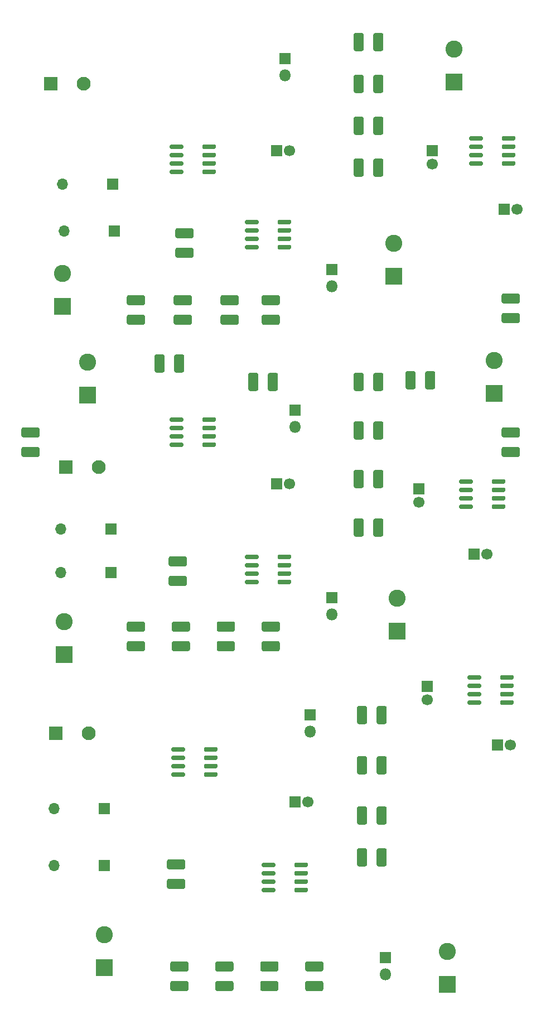
<source format=gts>
%TF.GenerationSoftware,KiCad,Pcbnew,(5.1.6)-1*%
%TF.CreationDate,2024-03-01T18:25:57-06:00*%
%TF.ProjectId,Loop PCVR,4c6f6f70-2050-4435-9652-2e6b69636164,rev?*%
%TF.SameCoordinates,Original*%
%TF.FileFunction,Soldermask,Top*%
%TF.FilePolarity,Negative*%
%FSLAX46Y46*%
G04 Gerber Fmt 4.6, Leading zero omitted, Abs format (unit mm)*
G04 Created by KiCad (PCBNEW (5.1.6)-1) date 2024-03-01 18:25:57*
%MOMM*%
%LPD*%
G01*
G04 APERTURE LIST*
%ADD10R,2.100000X2.100000*%
%ADD11C,2.100000*%
%ADD12C,2.600000*%
%ADD13R,2.600000X2.600000*%
%ADD14C,1.700000*%
%ADD15R,1.700000X1.700000*%
%ADD16O,1.800000X1.800000*%
%ADD17R,1.800000X1.800000*%
%ADD18O,1.700000X1.700000*%
G04 APERTURE END LIST*
D10*
%TO.C,C3*%
X31242000Y-121412000D03*
D11*
X36242000Y-121412000D03*
%TD*%
D12*
%TO.C,X9*%
X97790000Y-64850000D03*
D13*
X97790000Y-69850000D03*
%TD*%
%TO.C,U7*%
G36*
G01*
X98986000Y-31290000D02*
X98986000Y-30940000D01*
G75*
G02*
X99161000Y-30765000I175000J0D01*
G01*
X100861000Y-30765000D01*
G75*
G02*
X101036000Y-30940000I0J-175000D01*
G01*
X101036000Y-31290000D01*
G75*
G02*
X100861000Y-31465000I-175000J0D01*
G01*
X99161000Y-31465000D01*
G75*
G02*
X98986000Y-31290000I0J175000D01*
G01*
G37*
G36*
G01*
X98986000Y-32560000D02*
X98986000Y-32210000D01*
G75*
G02*
X99161000Y-32035000I175000J0D01*
G01*
X100861000Y-32035000D01*
G75*
G02*
X101036000Y-32210000I0J-175000D01*
G01*
X101036000Y-32560000D01*
G75*
G02*
X100861000Y-32735000I-175000J0D01*
G01*
X99161000Y-32735000D01*
G75*
G02*
X98986000Y-32560000I0J175000D01*
G01*
G37*
G36*
G01*
X98986000Y-33830000D02*
X98986000Y-33480000D01*
G75*
G02*
X99161000Y-33305000I175000J0D01*
G01*
X100861000Y-33305000D01*
G75*
G02*
X101036000Y-33480000I0J-175000D01*
G01*
X101036000Y-33830000D01*
G75*
G02*
X100861000Y-34005000I-175000J0D01*
G01*
X99161000Y-34005000D01*
G75*
G02*
X98986000Y-33830000I0J175000D01*
G01*
G37*
G36*
G01*
X98986000Y-35100000D02*
X98986000Y-34750000D01*
G75*
G02*
X99161000Y-34575000I175000J0D01*
G01*
X100861000Y-34575000D01*
G75*
G02*
X101036000Y-34750000I0J-175000D01*
G01*
X101036000Y-35100000D01*
G75*
G02*
X100861000Y-35275000I-175000J0D01*
G01*
X99161000Y-35275000D01*
G75*
G02*
X98986000Y-35100000I0J175000D01*
G01*
G37*
G36*
G01*
X94036000Y-35100000D02*
X94036000Y-34750000D01*
G75*
G02*
X94211000Y-34575000I175000J0D01*
G01*
X95911000Y-34575000D01*
G75*
G02*
X96086000Y-34750000I0J-175000D01*
G01*
X96086000Y-35100000D01*
G75*
G02*
X95911000Y-35275000I-175000J0D01*
G01*
X94211000Y-35275000D01*
G75*
G02*
X94036000Y-35100000I0J175000D01*
G01*
G37*
G36*
G01*
X94036000Y-33830000D02*
X94036000Y-33480000D01*
G75*
G02*
X94211000Y-33305000I175000J0D01*
G01*
X95911000Y-33305000D01*
G75*
G02*
X96086000Y-33480000I0J-175000D01*
G01*
X96086000Y-33830000D01*
G75*
G02*
X95911000Y-34005000I-175000J0D01*
G01*
X94211000Y-34005000D01*
G75*
G02*
X94036000Y-33830000I0J175000D01*
G01*
G37*
G36*
G01*
X94036000Y-32560000D02*
X94036000Y-32210000D01*
G75*
G02*
X94211000Y-32035000I175000J0D01*
G01*
X95911000Y-32035000D01*
G75*
G02*
X96086000Y-32210000I0J-175000D01*
G01*
X96086000Y-32560000D01*
G75*
G02*
X95911000Y-32735000I-175000J0D01*
G01*
X94211000Y-32735000D01*
G75*
G02*
X94036000Y-32560000I0J175000D01*
G01*
G37*
G36*
G01*
X94036000Y-31290000D02*
X94036000Y-30940000D01*
G75*
G02*
X94211000Y-30765000I175000J0D01*
G01*
X95911000Y-30765000D01*
G75*
G02*
X96086000Y-30940000I0J-175000D01*
G01*
X96086000Y-31290000D01*
G75*
G02*
X95911000Y-31465000I-175000J0D01*
G01*
X94211000Y-31465000D01*
G75*
G02*
X94036000Y-31290000I0J175000D01*
G01*
G37*
%TD*%
D12*
%TO.C,X8*%
X36068000Y-65104000D03*
D13*
X36068000Y-70104000D03*
%TD*%
%TO.C,U9*%
G36*
G01*
X98732000Y-113078000D02*
X98732000Y-112728000D01*
G75*
G02*
X98907000Y-112553000I175000J0D01*
G01*
X100607000Y-112553000D01*
G75*
G02*
X100782000Y-112728000I0J-175000D01*
G01*
X100782000Y-113078000D01*
G75*
G02*
X100607000Y-113253000I-175000J0D01*
G01*
X98907000Y-113253000D01*
G75*
G02*
X98732000Y-113078000I0J175000D01*
G01*
G37*
G36*
G01*
X98732000Y-114348000D02*
X98732000Y-113998000D01*
G75*
G02*
X98907000Y-113823000I175000J0D01*
G01*
X100607000Y-113823000D01*
G75*
G02*
X100782000Y-113998000I0J-175000D01*
G01*
X100782000Y-114348000D01*
G75*
G02*
X100607000Y-114523000I-175000J0D01*
G01*
X98907000Y-114523000D01*
G75*
G02*
X98732000Y-114348000I0J175000D01*
G01*
G37*
G36*
G01*
X98732000Y-115618000D02*
X98732000Y-115268000D01*
G75*
G02*
X98907000Y-115093000I175000J0D01*
G01*
X100607000Y-115093000D01*
G75*
G02*
X100782000Y-115268000I0J-175000D01*
G01*
X100782000Y-115618000D01*
G75*
G02*
X100607000Y-115793000I-175000J0D01*
G01*
X98907000Y-115793000D01*
G75*
G02*
X98732000Y-115618000I0J175000D01*
G01*
G37*
G36*
G01*
X98732000Y-116888000D02*
X98732000Y-116538000D01*
G75*
G02*
X98907000Y-116363000I175000J0D01*
G01*
X100607000Y-116363000D01*
G75*
G02*
X100782000Y-116538000I0J-175000D01*
G01*
X100782000Y-116888000D01*
G75*
G02*
X100607000Y-117063000I-175000J0D01*
G01*
X98907000Y-117063000D01*
G75*
G02*
X98732000Y-116888000I0J175000D01*
G01*
G37*
G36*
G01*
X93782000Y-116888000D02*
X93782000Y-116538000D01*
G75*
G02*
X93957000Y-116363000I175000J0D01*
G01*
X95657000Y-116363000D01*
G75*
G02*
X95832000Y-116538000I0J-175000D01*
G01*
X95832000Y-116888000D01*
G75*
G02*
X95657000Y-117063000I-175000J0D01*
G01*
X93957000Y-117063000D01*
G75*
G02*
X93782000Y-116888000I0J175000D01*
G01*
G37*
G36*
G01*
X93782000Y-115618000D02*
X93782000Y-115268000D01*
G75*
G02*
X93957000Y-115093000I175000J0D01*
G01*
X95657000Y-115093000D01*
G75*
G02*
X95832000Y-115268000I0J-175000D01*
G01*
X95832000Y-115618000D01*
G75*
G02*
X95657000Y-115793000I-175000J0D01*
G01*
X93957000Y-115793000D01*
G75*
G02*
X93782000Y-115618000I0J175000D01*
G01*
G37*
G36*
G01*
X93782000Y-114348000D02*
X93782000Y-113998000D01*
G75*
G02*
X93957000Y-113823000I175000J0D01*
G01*
X95657000Y-113823000D01*
G75*
G02*
X95832000Y-113998000I0J-175000D01*
G01*
X95832000Y-114348000D01*
G75*
G02*
X95657000Y-114523000I-175000J0D01*
G01*
X93957000Y-114523000D01*
G75*
G02*
X93782000Y-114348000I0J175000D01*
G01*
G37*
G36*
G01*
X93782000Y-113078000D02*
X93782000Y-112728000D01*
G75*
G02*
X93957000Y-112553000I175000J0D01*
G01*
X95657000Y-112553000D01*
G75*
G02*
X95832000Y-112728000I0J-175000D01*
G01*
X95832000Y-113078000D01*
G75*
G02*
X95657000Y-113253000I-175000J0D01*
G01*
X93957000Y-113253000D01*
G75*
G02*
X93782000Y-113078000I0J175000D01*
G01*
G37*
%TD*%
%TO.C,U8*%
G36*
G01*
X97462000Y-83360000D02*
X97462000Y-83010000D01*
G75*
G02*
X97637000Y-82835000I175000J0D01*
G01*
X99337000Y-82835000D01*
G75*
G02*
X99512000Y-83010000I0J-175000D01*
G01*
X99512000Y-83360000D01*
G75*
G02*
X99337000Y-83535000I-175000J0D01*
G01*
X97637000Y-83535000D01*
G75*
G02*
X97462000Y-83360000I0J175000D01*
G01*
G37*
G36*
G01*
X97462000Y-84630000D02*
X97462000Y-84280000D01*
G75*
G02*
X97637000Y-84105000I175000J0D01*
G01*
X99337000Y-84105000D01*
G75*
G02*
X99512000Y-84280000I0J-175000D01*
G01*
X99512000Y-84630000D01*
G75*
G02*
X99337000Y-84805000I-175000J0D01*
G01*
X97637000Y-84805000D01*
G75*
G02*
X97462000Y-84630000I0J175000D01*
G01*
G37*
G36*
G01*
X97462000Y-85900000D02*
X97462000Y-85550000D01*
G75*
G02*
X97637000Y-85375000I175000J0D01*
G01*
X99337000Y-85375000D01*
G75*
G02*
X99512000Y-85550000I0J-175000D01*
G01*
X99512000Y-85900000D01*
G75*
G02*
X99337000Y-86075000I-175000J0D01*
G01*
X97637000Y-86075000D01*
G75*
G02*
X97462000Y-85900000I0J175000D01*
G01*
G37*
G36*
G01*
X97462000Y-87170000D02*
X97462000Y-86820000D01*
G75*
G02*
X97637000Y-86645000I175000J0D01*
G01*
X99337000Y-86645000D01*
G75*
G02*
X99512000Y-86820000I0J-175000D01*
G01*
X99512000Y-87170000D01*
G75*
G02*
X99337000Y-87345000I-175000J0D01*
G01*
X97637000Y-87345000D01*
G75*
G02*
X97462000Y-87170000I0J175000D01*
G01*
G37*
G36*
G01*
X92512000Y-87170000D02*
X92512000Y-86820000D01*
G75*
G02*
X92687000Y-86645000I175000J0D01*
G01*
X94387000Y-86645000D01*
G75*
G02*
X94562000Y-86820000I0J-175000D01*
G01*
X94562000Y-87170000D01*
G75*
G02*
X94387000Y-87345000I-175000J0D01*
G01*
X92687000Y-87345000D01*
G75*
G02*
X92512000Y-87170000I0J175000D01*
G01*
G37*
G36*
G01*
X92512000Y-85900000D02*
X92512000Y-85550000D01*
G75*
G02*
X92687000Y-85375000I175000J0D01*
G01*
X94387000Y-85375000D01*
G75*
G02*
X94562000Y-85550000I0J-175000D01*
G01*
X94562000Y-85900000D01*
G75*
G02*
X94387000Y-86075000I-175000J0D01*
G01*
X92687000Y-86075000D01*
G75*
G02*
X92512000Y-85900000I0J175000D01*
G01*
G37*
G36*
G01*
X92512000Y-84630000D02*
X92512000Y-84280000D01*
G75*
G02*
X92687000Y-84105000I175000J0D01*
G01*
X94387000Y-84105000D01*
G75*
G02*
X94562000Y-84280000I0J-175000D01*
G01*
X94562000Y-84630000D01*
G75*
G02*
X94387000Y-84805000I-175000J0D01*
G01*
X92687000Y-84805000D01*
G75*
G02*
X92512000Y-84630000I0J175000D01*
G01*
G37*
G36*
G01*
X92512000Y-83360000D02*
X92512000Y-83010000D01*
G75*
G02*
X92687000Y-82835000I175000J0D01*
G01*
X94387000Y-82835000D01*
G75*
G02*
X94562000Y-83010000I0J-175000D01*
G01*
X94562000Y-83360000D01*
G75*
G02*
X94387000Y-83535000I-175000J0D01*
G01*
X92687000Y-83535000D01*
G75*
G02*
X92512000Y-83360000I0J175000D01*
G01*
G37*
%TD*%
%TO.C,R33*%
G36*
G01*
X99222544Y-77941000D02*
X101437456Y-77941000D01*
G75*
G02*
X101705000Y-78208544I0J-267544D01*
G01*
X101705000Y-79198456D01*
G75*
G02*
X101437456Y-79466000I-267544J0D01*
G01*
X99222544Y-79466000D01*
G75*
G02*
X98955000Y-79198456I0J267544D01*
G01*
X98955000Y-78208544D01*
G75*
G02*
X99222544Y-77941000I267544J0D01*
G01*
G37*
G36*
G01*
X99222544Y-74966000D02*
X101437456Y-74966000D01*
G75*
G02*
X101705000Y-75233544I0J-267544D01*
G01*
X101705000Y-76223456D01*
G75*
G02*
X101437456Y-76491000I-267544J0D01*
G01*
X99222544Y-76491000D01*
G75*
G02*
X98955000Y-76223456I0J267544D01*
G01*
X98955000Y-75233544D01*
G75*
G02*
X99222544Y-74966000I267544J0D01*
G01*
G37*
%TD*%
%TO.C,R32*%
G36*
G01*
X85889000Y-66710544D02*
X85889000Y-68925456D01*
G75*
G02*
X85621456Y-69193000I-267544J0D01*
G01*
X84631544Y-69193000D01*
G75*
G02*
X84364000Y-68925456I0J267544D01*
G01*
X84364000Y-66710544D01*
G75*
G02*
X84631544Y-66443000I267544J0D01*
G01*
X85621456Y-66443000D01*
G75*
G02*
X85889000Y-66710544I0J-267544D01*
G01*
G37*
G36*
G01*
X88864000Y-66710544D02*
X88864000Y-68925456D01*
G75*
G02*
X88596456Y-69193000I-267544J0D01*
G01*
X87606544Y-69193000D01*
G75*
G02*
X87339000Y-68925456I0J267544D01*
G01*
X87339000Y-66710544D01*
G75*
G02*
X87606544Y-66443000I267544J0D01*
G01*
X88596456Y-66443000D01*
G75*
G02*
X88864000Y-66710544I0J-267544D01*
G01*
G37*
%TD*%
%TO.C,R31*%
G36*
G01*
X101437456Y-56171000D02*
X99222544Y-56171000D01*
G75*
G02*
X98955000Y-55903456I0J267544D01*
G01*
X98955000Y-54913544D01*
G75*
G02*
X99222544Y-54646000I267544J0D01*
G01*
X101437456Y-54646000D01*
G75*
G02*
X101705000Y-54913544I0J-267544D01*
G01*
X101705000Y-55903456D01*
G75*
G02*
X101437456Y-56171000I-267544J0D01*
G01*
G37*
G36*
G01*
X101437456Y-59146000D02*
X99222544Y-59146000D01*
G75*
G02*
X98955000Y-58878456I0J267544D01*
G01*
X98955000Y-57888544D01*
G75*
G02*
X99222544Y-57621000I267544J0D01*
G01*
X101437456Y-57621000D01*
G75*
G02*
X101705000Y-57888544I0J-267544D01*
G01*
X101705000Y-58878456D01*
G75*
G02*
X101437456Y-59146000I-267544J0D01*
G01*
G37*
%TD*%
D14*
%TO.C,C12*%
X100298000Y-123190000D03*
D15*
X98298000Y-123190000D03*
%TD*%
D14*
%TO.C,C11*%
X87630000Y-116300000D03*
D15*
X87630000Y-114300000D03*
%TD*%
D14*
%TO.C,C10*%
X96742000Y-94234000D03*
D15*
X94742000Y-94234000D03*
%TD*%
D14*
%TO.C,C9*%
X86360000Y-86328000D03*
D15*
X86360000Y-84328000D03*
%TD*%
D12*
%TO.C,X6*%
X90678000Y-154512000D03*
D13*
X90678000Y-159512000D03*
%TD*%
D12*
%TO.C,X5*%
X83058000Y-100918000D03*
D13*
X83058000Y-105918000D03*
%TD*%
D16*
%TO.C,J8*%
X81280000Y-157988000D03*
D17*
X81280000Y-155448000D03*
%TD*%
D16*
%TO.C,J7*%
X69850000Y-121158000D03*
D17*
X69850000Y-118618000D03*
%TD*%
D16*
%TO.C,J6*%
X73152000Y-103378000D03*
D17*
X73152000Y-100838000D03*
%TD*%
%TO.C,U6*%
G36*
G01*
X67490000Y-141526000D02*
X67490000Y-141176000D01*
G75*
G02*
X67665000Y-141001000I175000J0D01*
G01*
X69365000Y-141001000D01*
G75*
G02*
X69540000Y-141176000I0J-175000D01*
G01*
X69540000Y-141526000D01*
G75*
G02*
X69365000Y-141701000I-175000J0D01*
G01*
X67665000Y-141701000D01*
G75*
G02*
X67490000Y-141526000I0J175000D01*
G01*
G37*
G36*
G01*
X67490000Y-142796000D02*
X67490000Y-142446000D01*
G75*
G02*
X67665000Y-142271000I175000J0D01*
G01*
X69365000Y-142271000D01*
G75*
G02*
X69540000Y-142446000I0J-175000D01*
G01*
X69540000Y-142796000D01*
G75*
G02*
X69365000Y-142971000I-175000J0D01*
G01*
X67665000Y-142971000D01*
G75*
G02*
X67490000Y-142796000I0J175000D01*
G01*
G37*
G36*
G01*
X67490000Y-144066000D02*
X67490000Y-143716000D01*
G75*
G02*
X67665000Y-143541000I175000J0D01*
G01*
X69365000Y-143541000D01*
G75*
G02*
X69540000Y-143716000I0J-175000D01*
G01*
X69540000Y-144066000D01*
G75*
G02*
X69365000Y-144241000I-175000J0D01*
G01*
X67665000Y-144241000D01*
G75*
G02*
X67490000Y-144066000I0J175000D01*
G01*
G37*
G36*
G01*
X67490000Y-145336000D02*
X67490000Y-144986000D01*
G75*
G02*
X67665000Y-144811000I175000J0D01*
G01*
X69365000Y-144811000D01*
G75*
G02*
X69540000Y-144986000I0J-175000D01*
G01*
X69540000Y-145336000D01*
G75*
G02*
X69365000Y-145511000I-175000J0D01*
G01*
X67665000Y-145511000D01*
G75*
G02*
X67490000Y-145336000I0J175000D01*
G01*
G37*
G36*
G01*
X62540000Y-145336000D02*
X62540000Y-144986000D01*
G75*
G02*
X62715000Y-144811000I175000J0D01*
G01*
X64415000Y-144811000D01*
G75*
G02*
X64590000Y-144986000I0J-175000D01*
G01*
X64590000Y-145336000D01*
G75*
G02*
X64415000Y-145511000I-175000J0D01*
G01*
X62715000Y-145511000D01*
G75*
G02*
X62540000Y-145336000I0J175000D01*
G01*
G37*
G36*
G01*
X62540000Y-144066000D02*
X62540000Y-143716000D01*
G75*
G02*
X62715000Y-143541000I175000J0D01*
G01*
X64415000Y-143541000D01*
G75*
G02*
X64590000Y-143716000I0J-175000D01*
G01*
X64590000Y-144066000D01*
G75*
G02*
X64415000Y-144241000I-175000J0D01*
G01*
X62715000Y-144241000D01*
G75*
G02*
X62540000Y-144066000I0J175000D01*
G01*
G37*
G36*
G01*
X62540000Y-142796000D02*
X62540000Y-142446000D01*
G75*
G02*
X62715000Y-142271000I175000J0D01*
G01*
X64415000Y-142271000D01*
G75*
G02*
X64590000Y-142446000I0J-175000D01*
G01*
X64590000Y-142796000D01*
G75*
G02*
X64415000Y-142971000I-175000J0D01*
G01*
X62715000Y-142971000D01*
G75*
G02*
X62540000Y-142796000I0J175000D01*
G01*
G37*
G36*
G01*
X62540000Y-141526000D02*
X62540000Y-141176000D01*
G75*
G02*
X62715000Y-141001000I175000J0D01*
G01*
X64415000Y-141001000D01*
G75*
G02*
X64590000Y-141176000I0J-175000D01*
G01*
X64590000Y-141526000D01*
G75*
G02*
X64415000Y-141701000I-175000J0D01*
G01*
X62715000Y-141701000D01*
G75*
G02*
X62540000Y-141526000I0J175000D01*
G01*
G37*
%TD*%
%TO.C,U5*%
G36*
G01*
X64950000Y-94790000D02*
X64950000Y-94440000D01*
G75*
G02*
X65125000Y-94265000I175000J0D01*
G01*
X66825000Y-94265000D01*
G75*
G02*
X67000000Y-94440000I0J-175000D01*
G01*
X67000000Y-94790000D01*
G75*
G02*
X66825000Y-94965000I-175000J0D01*
G01*
X65125000Y-94965000D01*
G75*
G02*
X64950000Y-94790000I0J175000D01*
G01*
G37*
G36*
G01*
X64950000Y-96060000D02*
X64950000Y-95710000D01*
G75*
G02*
X65125000Y-95535000I175000J0D01*
G01*
X66825000Y-95535000D01*
G75*
G02*
X67000000Y-95710000I0J-175000D01*
G01*
X67000000Y-96060000D01*
G75*
G02*
X66825000Y-96235000I-175000J0D01*
G01*
X65125000Y-96235000D01*
G75*
G02*
X64950000Y-96060000I0J175000D01*
G01*
G37*
G36*
G01*
X64950000Y-97330000D02*
X64950000Y-96980000D01*
G75*
G02*
X65125000Y-96805000I175000J0D01*
G01*
X66825000Y-96805000D01*
G75*
G02*
X67000000Y-96980000I0J-175000D01*
G01*
X67000000Y-97330000D01*
G75*
G02*
X66825000Y-97505000I-175000J0D01*
G01*
X65125000Y-97505000D01*
G75*
G02*
X64950000Y-97330000I0J175000D01*
G01*
G37*
G36*
G01*
X64950000Y-98600000D02*
X64950000Y-98250000D01*
G75*
G02*
X65125000Y-98075000I175000J0D01*
G01*
X66825000Y-98075000D01*
G75*
G02*
X67000000Y-98250000I0J-175000D01*
G01*
X67000000Y-98600000D01*
G75*
G02*
X66825000Y-98775000I-175000J0D01*
G01*
X65125000Y-98775000D01*
G75*
G02*
X64950000Y-98600000I0J175000D01*
G01*
G37*
G36*
G01*
X60000000Y-98600000D02*
X60000000Y-98250000D01*
G75*
G02*
X60175000Y-98075000I175000J0D01*
G01*
X61875000Y-98075000D01*
G75*
G02*
X62050000Y-98250000I0J-175000D01*
G01*
X62050000Y-98600000D01*
G75*
G02*
X61875000Y-98775000I-175000J0D01*
G01*
X60175000Y-98775000D01*
G75*
G02*
X60000000Y-98600000I0J175000D01*
G01*
G37*
G36*
G01*
X60000000Y-97330000D02*
X60000000Y-96980000D01*
G75*
G02*
X60175000Y-96805000I175000J0D01*
G01*
X61875000Y-96805000D01*
G75*
G02*
X62050000Y-96980000I0J-175000D01*
G01*
X62050000Y-97330000D01*
G75*
G02*
X61875000Y-97505000I-175000J0D01*
G01*
X60175000Y-97505000D01*
G75*
G02*
X60000000Y-97330000I0J175000D01*
G01*
G37*
G36*
G01*
X60000000Y-96060000D02*
X60000000Y-95710000D01*
G75*
G02*
X60175000Y-95535000I175000J0D01*
G01*
X61875000Y-95535000D01*
G75*
G02*
X62050000Y-95710000I0J-175000D01*
G01*
X62050000Y-96060000D01*
G75*
G02*
X61875000Y-96235000I-175000J0D01*
G01*
X60175000Y-96235000D01*
G75*
G02*
X60000000Y-96060000I0J175000D01*
G01*
G37*
G36*
G01*
X60000000Y-94790000D02*
X60000000Y-94440000D01*
G75*
G02*
X60175000Y-94265000I175000J0D01*
G01*
X61875000Y-94265000D01*
G75*
G02*
X62050000Y-94440000I0J-175000D01*
G01*
X62050000Y-94790000D01*
G75*
G02*
X61875000Y-94965000I-175000J0D01*
G01*
X60175000Y-94965000D01*
G75*
G02*
X60000000Y-94790000I0J175000D01*
G01*
G37*
%TD*%
%TO.C,U4*%
G36*
G01*
X64950000Y-43990000D02*
X64950000Y-43640000D01*
G75*
G02*
X65125000Y-43465000I175000J0D01*
G01*
X66825000Y-43465000D01*
G75*
G02*
X67000000Y-43640000I0J-175000D01*
G01*
X67000000Y-43990000D01*
G75*
G02*
X66825000Y-44165000I-175000J0D01*
G01*
X65125000Y-44165000D01*
G75*
G02*
X64950000Y-43990000I0J175000D01*
G01*
G37*
G36*
G01*
X64950000Y-45260000D02*
X64950000Y-44910000D01*
G75*
G02*
X65125000Y-44735000I175000J0D01*
G01*
X66825000Y-44735000D01*
G75*
G02*
X67000000Y-44910000I0J-175000D01*
G01*
X67000000Y-45260000D01*
G75*
G02*
X66825000Y-45435000I-175000J0D01*
G01*
X65125000Y-45435000D01*
G75*
G02*
X64950000Y-45260000I0J175000D01*
G01*
G37*
G36*
G01*
X64950000Y-46530000D02*
X64950000Y-46180000D01*
G75*
G02*
X65125000Y-46005000I175000J0D01*
G01*
X66825000Y-46005000D01*
G75*
G02*
X67000000Y-46180000I0J-175000D01*
G01*
X67000000Y-46530000D01*
G75*
G02*
X66825000Y-46705000I-175000J0D01*
G01*
X65125000Y-46705000D01*
G75*
G02*
X64950000Y-46530000I0J175000D01*
G01*
G37*
G36*
G01*
X64950000Y-47800000D02*
X64950000Y-47450000D01*
G75*
G02*
X65125000Y-47275000I175000J0D01*
G01*
X66825000Y-47275000D01*
G75*
G02*
X67000000Y-47450000I0J-175000D01*
G01*
X67000000Y-47800000D01*
G75*
G02*
X66825000Y-47975000I-175000J0D01*
G01*
X65125000Y-47975000D01*
G75*
G02*
X64950000Y-47800000I0J175000D01*
G01*
G37*
G36*
G01*
X60000000Y-47800000D02*
X60000000Y-47450000D01*
G75*
G02*
X60175000Y-47275000I175000J0D01*
G01*
X61875000Y-47275000D01*
G75*
G02*
X62050000Y-47450000I0J-175000D01*
G01*
X62050000Y-47800000D01*
G75*
G02*
X61875000Y-47975000I-175000J0D01*
G01*
X60175000Y-47975000D01*
G75*
G02*
X60000000Y-47800000I0J175000D01*
G01*
G37*
G36*
G01*
X60000000Y-46530000D02*
X60000000Y-46180000D01*
G75*
G02*
X60175000Y-46005000I175000J0D01*
G01*
X61875000Y-46005000D01*
G75*
G02*
X62050000Y-46180000I0J-175000D01*
G01*
X62050000Y-46530000D01*
G75*
G02*
X61875000Y-46705000I-175000J0D01*
G01*
X60175000Y-46705000D01*
G75*
G02*
X60000000Y-46530000I0J175000D01*
G01*
G37*
G36*
G01*
X60000000Y-45260000D02*
X60000000Y-44910000D01*
G75*
G02*
X60175000Y-44735000I175000J0D01*
G01*
X61875000Y-44735000D01*
G75*
G02*
X62050000Y-44910000I0J-175000D01*
G01*
X62050000Y-45260000D01*
G75*
G02*
X61875000Y-45435000I-175000J0D01*
G01*
X60175000Y-45435000D01*
G75*
G02*
X60000000Y-45260000I0J175000D01*
G01*
G37*
G36*
G01*
X60000000Y-43990000D02*
X60000000Y-43640000D01*
G75*
G02*
X60175000Y-43465000I175000J0D01*
G01*
X61875000Y-43465000D01*
G75*
G02*
X62050000Y-43640000I0J-175000D01*
G01*
X62050000Y-43990000D01*
G75*
G02*
X61875000Y-44165000I-175000J0D01*
G01*
X60175000Y-44165000D01*
G75*
G02*
X60000000Y-43990000I0J175000D01*
G01*
G37*
%TD*%
%TO.C,U3*%
G36*
G01*
X53774000Y-124000000D02*
X53774000Y-123650000D01*
G75*
G02*
X53949000Y-123475000I175000J0D01*
G01*
X55649000Y-123475000D01*
G75*
G02*
X55824000Y-123650000I0J-175000D01*
G01*
X55824000Y-124000000D01*
G75*
G02*
X55649000Y-124175000I-175000J0D01*
G01*
X53949000Y-124175000D01*
G75*
G02*
X53774000Y-124000000I0J175000D01*
G01*
G37*
G36*
G01*
X53774000Y-125270000D02*
X53774000Y-124920000D01*
G75*
G02*
X53949000Y-124745000I175000J0D01*
G01*
X55649000Y-124745000D01*
G75*
G02*
X55824000Y-124920000I0J-175000D01*
G01*
X55824000Y-125270000D01*
G75*
G02*
X55649000Y-125445000I-175000J0D01*
G01*
X53949000Y-125445000D01*
G75*
G02*
X53774000Y-125270000I0J175000D01*
G01*
G37*
G36*
G01*
X53774000Y-126540000D02*
X53774000Y-126190000D01*
G75*
G02*
X53949000Y-126015000I175000J0D01*
G01*
X55649000Y-126015000D01*
G75*
G02*
X55824000Y-126190000I0J-175000D01*
G01*
X55824000Y-126540000D01*
G75*
G02*
X55649000Y-126715000I-175000J0D01*
G01*
X53949000Y-126715000D01*
G75*
G02*
X53774000Y-126540000I0J175000D01*
G01*
G37*
G36*
G01*
X53774000Y-127810000D02*
X53774000Y-127460000D01*
G75*
G02*
X53949000Y-127285000I175000J0D01*
G01*
X55649000Y-127285000D01*
G75*
G02*
X55824000Y-127460000I0J-175000D01*
G01*
X55824000Y-127810000D01*
G75*
G02*
X55649000Y-127985000I-175000J0D01*
G01*
X53949000Y-127985000D01*
G75*
G02*
X53774000Y-127810000I0J175000D01*
G01*
G37*
G36*
G01*
X48824000Y-127810000D02*
X48824000Y-127460000D01*
G75*
G02*
X48999000Y-127285000I175000J0D01*
G01*
X50699000Y-127285000D01*
G75*
G02*
X50874000Y-127460000I0J-175000D01*
G01*
X50874000Y-127810000D01*
G75*
G02*
X50699000Y-127985000I-175000J0D01*
G01*
X48999000Y-127985000D01*
G75*
G02*
X48824000Y-127810000I0J175000D01*
G01*
G37*
G36*
G01*
X48824000Y-126540000D02*
X48824000Y-126190000D01*
G75*
G02*
X48999000Y-126015000I175000J0D01*
G01*
X50699000Y-126015000D01*
G75*
G02*
X50874000Y-126190000I0J-175000D01*
G01*
X50874000Y-126540000D01*
G75*
G02*
X50699000Y-126715000I-175000J0D01*
G01*
X48999000Y-126715000D01*
G75*
G02*
X48824000Y-126540000I0J175000D01*
G01*
G37*
G36*
G01*
X48824000Y-125270000D02*
X48824000Y-124920000D01*
G75*
G02*
X48999000Y-124745000I175000J0D01*
G01*
X50699000Y-124745000D01*
G75*
G02*
X50874000Y-124920000I0J-175000D01*
G01*
X50874000Y-125270000D01*
G75*
G02*
X50699000Y-125445000I-175000J0D01*
G01*
X48999000Y-125445000D01*
G75*
G02*
X48824000Y-125270000I0J175000D01*
G01*
G37*
G36*
G01*
X48824000Y-124000000D02*
X48824000Y-123650000D01*
G75*
G02*
X48999000Y-123475000I175000J0D01*
G01*
X50699000Y-123475000D01*
G75*
G02*
X50874000Y-123650000I0J-175000D01*
G01*
X50874000Y-124000000D01*
G75*
G02*
X50699000Y-124175000I-175000J0D01*
G01*
X48999000Y-124175000D01*
G75*
G02*
X48824000Y-124000000I0J175000D01*
G01*
G37*
%TD*%
%TO.C,U2*%
G36*
G01*
X53520000Y-73962000D02*
X53520000Y-73612000D01*
G75*
G02*
X53695000Y-73437000I175000J0D01*
G01*
X55395000Y-73437000D01*
G75*
G02*
X55570000Y-73612000I0J-175000D01*
G01*
X55570000Y-73962000D01*
G75*
G02*
X55395000Y-74137000I-175000J0D01*
G01*
X53695000Y-74137000D01*
G75*
G02*
X53520000Y-73962000I0J175000D01*
G01*
G37*
G36*
G01*
X53520000Y-75232000D02*
X53520000Y-74882000D01*
G75*
G02*
X53695000Y-74707000I175000J0D01*
G01*
X55395000Y-74707000D01*
G75*
G02*
X55570000Y-74882000I0J-175000D01*
G01*
X55570000Y-75232000D01*
G75*
G02*
X55395000Y-75407000I-175000J0D01*
G01*
X53695000Y-75407000D01*
G75*
G02*
X53520000Y-75232000I0J175000D01*
G01*
G37*
G36*
G01*
X53520000Y-76502000D02*
X53520000Y-76152000D01*
G75*
G02*
X53695000Y-75977000I175000J0D01*
G01*
X55395000Y-75977000D01*
G75*
G02*
X55570000Y-76152000I0J-175000D01*
G01*
X55570000Y-76502000D01*
G75*
G02*
X55395000Y-76677000I-175000J0D01*
G01*
X53695000Y-76677000D01*
G75*
G02*
X53520000Y-76502000I0J175000D01*
G01*
G37*
G36*
G01*
X53520000Y-77772000D02*
X53520000Y-77422000D01*
G75*
G02*
X53695000Y-77247000I175000J0D01*
G01*
X55395000Y-77247000D01*
G75*
G02*
X55570000Y-77422000I0J-175000D01*
G01*
X55570000Y-77772000D01*
G75*
G02*
X55395000Y-77947000I-175000J0D01*
G01*
X53695000Y-77947000D01*
G75*
G02*
X53520000Y-77772000I0J175000D01*
G01*
G37*
G36*
G01*
X48570000Y-77772000D02*
X48570000Y-77422000D01*
G75*
G02*
X48745000Y-77247000I175000J0D01*
G01*
X50445000Y-77247000D01*
G75*
G02*
X50620000Y-77422000I0J-175000D01*
G01*
X50620000Y-77772000D01*
G75*
G02*
X50445000Y-77947000I-175000J0D01*
G01*
X48745000Y-77947000D01*
G75*
G02*
X48570000Y-77772000I0J175000D01*
G01*
G37*
G36*
G01*
X48570000Y-76502000D02*
X48570000Y-76152000D01*
G75*
G02*
X48745000Y-75977000I175000J0D01*
G01*
X50445000Y-75977000D01*
G75*
G02*
X50620000Y-76152000I0J-175000D01*
G01*
X50620000Y-76502000D01*
G75*
G02*
X50445000Y-76677000I-175000J0D01*
G01*
X48745000Y-76677000D01*
G75*
G02*
X48570000Y-76502000I0J175000D01*
G01*
G37*
G36*
G01*
X48570000Y-75232000D02*
X48570000Y-74882000D01*
G75*
G02*
X48745000Y-74707000I175000J0D01*
G01*
X50445000Y-74707000D01*
G75*
G02*
X50620000Y-74882000I0J-175000D01*
G01*
X50620000Y-75232000D01*
G75*
G02*
X50445000Y-75407000I-175000J0D01*
G01*
X48745000Y-75407000D01*
G75*
G02*
X48570000Y-75232000I0J175000D01*
G01*
G37*
G36*
G01*
X48570000Y-73962000D02*
X48570000Y-73612000D01*
G75*
G02*
X48745000Y-73437000I175000J0D01*
G01*
X50445000Y-73437000D01*
G75*
G02*
X50620000Y-73612000I0J-175000D01*
G01*
X50620000Y-73962000D01*
G75*
G02*
X50445000Y-74137000I-175000J0D01*
G01*
X48745000Y-74137000D01*
G75*
G02*
X48570000Y-73962000I0J175000D01*
G01*
G37*
%TD*%
%TO.C,U1*%
G36*
G01*
X53520000Y-32560000D02*
X53520000Y-32210000D01*
G75*
G02*
X53695000Y-32035000I175000J0D01*
G01*
X55395000Y-32035000D01*
G75*
G02*
X55570000Y-32210000I0J-175000D01*
G01*
X55570000Y-32560000D01*
G75*
G02*
X55395000Y-32735000I-175000J0D01*
G01*
X53695000Y-32735000D01*
G75*
G02*
X53520000Y-32560000I0J175000D01*
G01*
G37*
G36*
G01*
X53520000Y-33830000D02*
X53520000Y-33480000D01*
G75*
G02*
X53695000Y-33305000I175000J0D01*
G01*
X55395000Y-33305000D01*
G75*
G02*
X55570000Y-33480000I0J-175000D01*
G01*
X55570000Y-33830000D01*
G75*
G02*
X55395000Y-34005000I-175000J0D01*
G01*
X53695000Y-34005000D01*
G75*
G02*
X53520000Y-33830000I0J175000D01*
G01*
G37*
G36*
G01*
X53520000Y-35100000D02*
X53520000Y-34750000D01*
G75*
G02*
X53695000Y-34575000I175000J0D01*
G01*
X55395000Y-34575000D01*
G75*
G02*
X55570000Y-34750000I0J-175000D01*
G01*
X55570000Y-35100000D01*
G75*
G02*
X55395000Y-35275000I-175000J0D01*
G01*
X53695000Y-35275000D01*
G75*
G02*
X53520000Y-35100000I0J175000D01*
G01*
G37*
G36*
G01*
X53520000Y-36370000D02*
X53520000Y-36020000D01*
G75*
G02*
X53695000Y-35845000I175000J0D01*
G01*
X55395000Y-35845000D01*
G75*
G02*
X55570000Y-36020000I0J-175000D01*
G01*
X55570000Y-36370000D01*
G75*
G02*
X55395000Y-36545000I-175000J0D01*
G01*
X53695000Y-36545000D01*
G75*
G02*
X53520000Y-36370000I0J175000D01*
G01*
G37*
G36*
G01*
X48570000Y-36370000D02*
X48570000Y-36020000D01*
G75*
G02*
X48745000Y-35845000I175000J0D01*
G01*
X50445000Y-35845000D01*
G75*
G02*
X50620000Y-36020000I0J-175000D01*
G01*
X50620000Y-36370000D01*
G75*
G02*
X50445000Y-36545000I-175000J0D01*
G01*
X48745000Y-36545000D01*
G75*
G02*
X48570000Y-36370000I0J175000D01*
G01*
G37*
G36*
G01*
X48570000Y-35100000D02*
X48570000Y-34750000D01*
G75*
G02*
X48745000Y-34575000I175000J0D01*
G01*
X50445000Y-34575000D01*
G75*
G02*
X50620000Y-34750000I0J-175000D01*
G01*
X50620000Y-35100000D01*
G75*
G02*
X50445000Y-35275000I-175000J0D01*
G01*
X48745000Y-35275000D01*
G75*
G02*
X48570000Y-35100000I0J175000D01*
G01*
G37*
G36*
G01*
X48570000Y-33830000D02*
X48570000Y-33480000D01*
G75*
G02*
X48745000Y-33305000I175000J0D01*
G01*
X50445000Y-33305000D01*
G75*
G02*
X50620000Y-33480000I0J-175000D01*
G01*
X50620000Y-33830000D01*
G75*
G02*
X50445000Y-34005000I-175000J0D01*
G01*
X48745000Y-34005000D01*
G75*
G02*
X48570000Y-33830000I0J175000D01*
G01*
G37*
G36*
G01*
X48570000Y-32560000D02*
X48570000Y-32210000D01*
G75*
G02*
X48745000Y-32035000I175000J0D01*
G01*
X50445000Y-32035000D01*
G75*
G02*
X50620000Y-32210000I0J-175000D01*
G01*
X50620000Y-32560000D01*
G75*
G02*
X50445000Y-32735000I-175000J0D01*
G01*
X48745000Y-32735000D01*
G75*
G02*
X48570000Y-32560000I0J175000D01*
G01*
G37*
%TD*%
%TO.C,R29*%
G36*
G01*
X63463000Y-69179456D02*
X63463000Y-66964544D01*
G75*
G02*
X63730544Y-66697000I267544J0D01*
G01*
X64720456Y-66697000D01*
G75*
G02*
X64988000Y-66964544I0J-267544D01*
G01*
X64988000Y-69179456D01*
G75*
G02*
X64720456Y-69447000I-267544J0D01*
G01*
X63730544Y-69447000D01*
G75*
G02*
X63463000Y-69179456I0J267544D01*
G01*
G37*
G36*
G01*
X60488000Y-69179456D02*
X60488000Y-66964544D01*
G75*
G02*
X60755544Y-66697000I267544J0D01*
G01*
X61745456Y-66697000D01*
G75*
G02*
X62013000Y-66964544I0J-267544D01*
G01*
X62013000Y-69179456D01*
G75*
G02*
X61745456Y-69447000I-267544J0D01*
G01*
X60755544Y-69447000D01*
G75*
G02*
X60488000Y-69179456I0J267544D01*
G01*
G37*
%TD*%
%TO.C,R28*%
G36*
G01*
X49239000Y-66385456D02*
X49239000Y-64170544D01*
G75*
G02*
X49506544Y-63903000I267544J0D01*
G01*
X50496456Y-63903000D01*
G75*
G02*
X50764000Y-64170544I0J-267544D01*
G01*
X50764000Y-66385456D01*
G75*
G02*
X50496456Y-66653000I-267544J0D01*
G01*
X49506544Y-66653000D01*
G75*
G02*
X49239000Y-66385456I0J267544D01*
G01*
G37*
G36*
G01*
X46264000Y-66385456D02*
X46264000Y-64170544D01*
G75*
G02*
X46531544Y-63903000I267544J0D01*
G01*
X47521456Y-63903000D01*
G75*
G02*
X47789000Y-64170544I0J-267544D01*
G01*
X47789000Y-66385456D01*
G75*
G02*
X47521456Y-66653000I-267544J0D01*
G01*
X46531544Y-66653000D01*
G75*
G02*
X46264000Y-66385456I0J267544D01*
G01*
G37*
%TD*%
D12*
%TO.C,X4*%
X82550000Y-47070000D03*
D13*
X82550000Y-52070000D03*
%TD*%
D12*
%TO.C,X7*%
X91694000Y-17606000D03*
D13*
X91694000Y-22606000D03*
%TD*%
%TO.C,R30*%
G36*
G01*
X26324544Y-77941000D02*
X28539456Y-77941000D01*
G75*
G02*
X28807000Y-78208544I0J-267544D01*
G01*
X28807000Y-79198456D01*
G75*
G02*
X28539456Y-79466000I-267544J0D01*
G01*
X26324544Y-79466000D01*
G75*
G02*
X26057000Y-79198456I0J267544D01*
G01*
X26057000Y-78208544D01*
G75*
G02*
X26324544Y-77941000I267544J0D01*
G01*
G37*
G36*
G01*
X26324544Y-74966000D02*
X28539456Y-74966000D01*
G75*
G02*
X28807000Y-75233544I0J-267544D01*
G01*
X28807000Y-76223456D01*
G75*
G02*
X28539456Y-76491000I-267544J0D01*
G01*
X26324544Y-76491000D01*
G75*
G02*
X26057000Y-76223456I0J267544D01*
G01*
X26057000Y-75233544D01*
G75*
G02*
X26324544Y-74966000I267544J0D01*
G01*
G37*
%TD*%
%TO.C,R27*%
G36*
G01*
X79973000Y-141315456D02*
X79973000Y-139100544D01*
G75*
G02*
X80240544Y-138833000I267544J0D01*
G01*
X81230456Y-138833000D01*
G75*
G02*
X81498000Y-139100544I0J-267544D01*
G01*
X81498000Y-141315456D01*
G75*
G02*
X81230456Y-141583000I-267544J0D01*
G01*
X80240544Y-141583000D01*
G75*
G02*
X79973000Y-141315456I0J267544D01*
G01*
G37*
G36*
G01*
X76998000Y-141315456D02*
X76998000Y-139100544D01*
G75*
G02*
X77265544Y-138833000I267544J0D01*
G01*
X78255456Y-138833000D01*
G75*
G02*
X78523000Y-139100544I0J-267544D01*
G01*
X78523000Y-141315456D01*
G75*
G02*
X78255456Y-141583000I-267544J0D01*
G01*
X77265544Y-141583000D01*
G75*
G02*
X76998000Y-141315456I0J267544D01*
G01*
G37*
%TD*%
%TO.C,R26*%
G36*
G01*
X79973000Y-134965456D02*
X79973000Y-132750544D01*
G75*
G02*
X80240544Y-132483000I267544J0D01*
G01*
X81230456Y-132483000D01*
G75*
G02*
X81498000Y-132750544I0J-267544D01*
G01*
X81498000Y-134965456D01*
G75*
G02*
X81230456Y-135233000I-267544J0D01*
G01*
X80240544Y-135233000D01*
G75*
G02*
X79973000Y-134965456I0J267544D01*
G01*
G37*
G36*
G01*
X76998000Y-134965456D02*
X76998000Y-132750544D01*
G75*
G02*
X77265544Y-132483000I267544J0D01*
G01*
X78255456Y-132483000D01*
G75*
G02*
X78523000Y-132750544I0J-267544D01*
G01*
X78523000Y-134965456D01*
G75*
G02*
X78255456Y-135233000I-267544J0D01*
G01*
X77265544Y-135233000D01*
G75*
G02*
X76998000Y-134965456I0J267544D01*
G01*
G37*
%TD*%
%TO.C,R25*%
G36*
G01*
X79973000Y-127345456D02*
X79973000Y-125130544D01*
G75*
G02*
X80240544Y-124863000I267544J0D01*
G01*
X81230456Y-124863000D01*
G75*
G02*
X81498000Y-125130544I0J-267544D01*
G01*
X81498000Y-127345456D01*
G75*
G02*
X81230456Y-127613000I-267544J0D01*
G01*
X80240544Y-127613000D01*
G75*
G02*
X79973000Y-127345456I0J267544D01*
G01*
G37*
G36*
G01*
X76998000Y-127345456D02*
X76998000Y-125130544D01*
G75*
G02*
X77265544Y-124863000I267544J0D01*
G01*
X78255456Y-124863000D01*
G75*
G02*
X78523000Y-125130544I0J-267544D01*
G01*
X78523000Y-127345456D01*
G75*
G02*
X78255456Y-127613000I-267544J0D01*
G01*
X77265544Y-127613000D01*
G75*
G02*
X76998000Y-127345456I0J267544D01*
G01*
G37*
%TD*%
%TO.C,R24*%
G36*
G01*
X79973000Y-119725456D02*
X79973000Y-117510544D01*
G75*
G02*
X80240544Y-117243000I267544J0D01*
G01*
X81230456Y-117243000D01*
G75*
G02*
X81498000Y-117510544I0J-267544D01*
G01*
X81498000Y-119725456D01*
G75*
G02*
X81230456Y-119993000I-267544J0D01*
G01*
X80240544Y-119993000D01*
G75*
G02*
X79973000Y-119725456I0J267544D01*
G01*
G37*
G36*
G01*
X76998000Y-119725456D02*
X76998000Y-117510544D01*
G75*
G02*
X77265544Y-117243000I267544J0D01*
G01*
X78255456Y-117243000D01*
G75*
G02*
X78523000Y-117510544I0J-267544D01*
G01*
X78523000Y-119725456D01*
G75*
G02*
X78255456Y-119993000I-267544J0D01*
G01*
X77265544Y-119993000D01*
G75*
G02*
X76998000Y-119725456I0J267544D01*
G01*
G37*
%TD*%
%TO.C,R23*%
G36*
G01*
X79465000Y-91277456D02*
X79465000Y-89062544D01*
G75*
G02*
X79732544Y-88795000I267544J0D01*
G01*
X80722456Y-88795000D01*
G75*
G02*
X80990000Y-89062544I0J-267544D01*
G01*
X80990000Y-91277456D01*
G75*
G02*
X80722456Y-91545000I-267544J0D01*
G01*
X79732544Y-91545000D01*
G75*
G02*
X79465000Y-91277456I0J267544D01*
G01*
G37*
G36*
G01*
X76490000Y-91277456D02*
X76490000Y-89062544D01*
G75*
G02*
X76757544Y-88795000I267544J0D01*
G01*
X77747456Y-88795000D01*
G75*
G02*
X78015000Y-89062544I0J-267544D01*
G01*
X78015000Y-91277456D01*
G75*
G02*
X77747456Y-91545000I-267544J0D01*
G01*
X76757544Y-91545000D01*
G75*
G02*
X76490000Y-91277456I0J267544D01*
G01*
G37*
%TD*%
%TO.C,R22*%
G36*
G01*
X79465000Y-83911456D02*
X79465000Y-81696544D01*
G75*
G02*
X79732544Y-81429000I267544J0D01*
G01*
X80722456Y-81429000D01*
G75*
G02*
X80990000Y-81696544I0J-267544D01*
G01*
X80990000Y-83911456D01*
G75*
G02*
X80722456Y-84179000I-267544J0D01*
G01*
X79732544Y-84179000D01*
G75*
G02*
X79465000Y-83911456I0J267544D01*
G01*
G37*
G36*
G01*
X76490000Y-83911456D02*
X76490000Y-81696544D01*
G75*
G02*
X76757544Y-81429000I267544J0D01*
G01*
X77747456Y-81429000D01*
G75*
G02*
X78015000Y-81696544I0J-267544D01*
G01*
X78015000Y-83911456D01*
G75*
G02*
X77747456Y-84179000I-267544J0D01*
G01*
X76757544Y-84179000D01*
G75*
G02*
X76490000Y-83911456I0J267544D01*
G01*
G37*
%TD*%
%TO.C,R21*%
G36*
G01*
X79465000Y-76545456D02*
X79465000Y-74330544D01*
G75*
G02*
X79732544Y-74063000I267544J0D01*
G01*
X80722456Y-74063000D01*
G75*
G02*
X80990000Y-74330544I0J-267544D01*
G01*
X80990000Y-76545456D01*
G75*
G02*
X80722456Y-76813000I-267544J0D01*
G01*
X79732544Y-76813000D01*
G75*
G02*
X79465000Y-76545456I0J267544D01*
G01*
G37*
G36*
G01*
X76490000Y-76545456D02*
X76490000Y-74330544D01*
G75*
G02*
X76757544Y-74063000I267544J0D01*
G01*
X77747456Y-74063000D01*
G75*
G02*
X78015000Y-74330544I0J-267544D01*
G01*
X78015000Y-76545456D01*
G75*
G02*
X77747456Y-76813000I-267544J0D01*
G01*
X76757544Y-76813000D01*
G75*
G02*
X76490000Y-76545456I0J267544D01*
G01*
G37*
%TD*%
%TO.C,R20*%
G36*
G01*
X79465000Y-69179456D02*
X79465000Y-66964544D01*
G75*
G02*
X79732544Y-66697000I267544J0D01*
G01*
X80722456Y-66697000D01*
G75*
G02*
X80990000Y-66964544I0J-267544D01*
G01*
X80990000Y-69179456D01*
G75*
G02*
X80722456Y-69447000I-267544J0D01*
G01*
X79732544Y-69447000D01*
G75*
G02*
X79465000Y-69179456I0J267544D01*
G01*
G37*
G36*
G01*
X76490000Y-69179456D02*
X76490000Y-66964544D01*
G75*
G02*
X76757544Y-66697000I267544J0D01*
G01*
X77747456Y-66697000D01*
G75*
G02*
X78015000Y-66964544I0J-267544D01*
G01*
X78015000Y-69179456D01*
G75*
G02*
X77747456Y-69447000I-267544J0D01*
G01*
X76757544Y-69447000D01*
G75*
G02*
X76490000Y-69179456I0J267544D01*
G01*
G37*
%TD*%
%TO.C,R19*%
G36*
G01*
X79465000Y-36667456D02*
X79465000Y-34452544D01*
G75*
G02*
X79732544Y-34185000I267544J0D01*
G01*
X80722456Y-34185000D01*
G75*
G02*
X80990000Y-34452544I0J-267544D01*
G01*
X80990000Y-36667456D01*
G75*
G02*
X80722456Y-36935000I-267544J0D01*
G01*
X79732544Y-36935000D01*
G75*
G02*
X79465000Y-36667456I0J267544D01*
G01*
G37*
G36*
G01*
X76490000Y-36667456D02*
X76490000Y-34452544D01*
G75*
G02*
X76757544Y-34185000I267544J0D01*
G01*
X77747456Y-34185000D01*
G75*
G02*
X78015000Y-34452544I0J-267544D01*
G01*
X78015000Y-36667456D01*
G75*
G02*
X77747456Y-36935000I-267544J0D01*
G01*
X76757544Y-36935000D01*
G75*
G02*
X76490000Y-36667456I0J267544D01*
G01*
G37*
%TD*%
%TO.C,R18*%
G36*
G01*
X79465000Y-30317456D02*
X79465000Y-28102544D01*
G75*
G02*
X79732544Y-27835000I267544J0D01*
G01*
X80722456Y-27835000D01*
G75*
G02*
X80990000Y-28102544I0J-267544D01*
G01*
X80990000Y-30317456D01*
G75*
G02*
X80722456Y-30585000I-267544J0D01*
G01*
X79732544Y-30585000D01*
G75*
G02*
X79465000Y-30317456I0J267544D01*
G01*
G37*
G36*
G01*
X76490000Y-30317456D02*
X76490000Y-28102544D01*
G75*
G02*
X76757544Y-27835000I267544J0D01*
G01*
X77747456Y-27835000D01*
G75*
G02*
X78015000Y-28102544I0J-267544D01*
G01*
X78015000Y-30317456D01*
G75*
G02*
X77747456Y-30585000I-267544J0D01*
G01*
X76757544Y-30585000D01*
G75*
G02*
X76490000Y-30317456I0J267544D01*
G01*
G37*
%TD*%
%TO.C,R17*%
G36*
G01*
X79465000Y-23967456D02*
X79465000Y-21752544D01*
G75*
G02*
X79732544Y-21485000I267544J0D01*
G01*
X80722456Y-21485000D01*
G75*
G02*
X80990000Y-21752544I0J-267544D01*
G01*
X80990000Y-23967456D01*
G75*
G02*
X80722456Y-24235000I-267544J0D01*
G01*
X79732544Y-24235000D01*
G75*
G02*
X79465000Y-23967456I0J267544D01*
G01*
G37*
G36*
G01*
X76490000Y-23967456D02*
X76490000Y-21752544D01*
G75*
G02*
X76757544Y-21485000I267544J0D01*
G01*
X77747456Y-21485000D01*
G75*
G02*
X78015000Y-21752544I0J-267544D01*
G01*
X78015000Y-23967456D01*
G75*
G02*
X77747456Y-24235000I-267544J0D01*
G01*
X76757544Y-24235000D01*
G75*
G02*
X76490000Y-23967456I0J267544D01*
G01*
G37*
%TD*%
%TO.C,R16*%
G36*
G01*
X79465000Y-17617456D02*
X79465000Y-15402544D01*
G75*
G02*
X79732544Y-15135000I267544J0D01*
G01*
X80722456Y-15135000D01*
G75*
G02*
X80990000Y-15402544I0J-267544D01*
G01*
X80990000Y-17617456D01*
G75*
G02*
X80722456Y-17885000I-267544J0D01*
G01*
X79732544Y-17885000D01*
G75*
G02*
X79465000Y-17617456I0J267544D01*
G01*
G37*
G36*
G01*
X76490000Y-17617456D02*
X76490000Y-15402544D01*
G75*
G02*
X76757544Y-15135000I267544J0D01*
G01*
X77747456Y-15135000D01*
G75*
G02*
X78015000Y-15402544I0J-267544D01*
G01*
X78015000Y-17617456D01*
G75*
G02*
X77747456Y-17885000I-267544J0D01*
G01*
X76757544Y-17885000D01*
G75*
G02*
X76490000Y-17617456I0J267544D01*
G01*
G37*
%TD*%
%TO.C,R15*%
G36*
G01*
X48422544Y-143473000D02*
X50637456Y-143473000D01*
G75*
G02*
X50905000Y-143740544I0J-267544D01*
G01*
X50905000Y-144730456D01*
G75*
G02*
X50637456Y-144998000I-267544J0D01*
G01*
X48422544Y-144998000D01*
G75*
G02*
X48155000Y-144730456I0J267544D01*
G01*
X48155000Y-143740544D01*
G75*
G02*
X48422544Y-143473000I267544J0D01*
G01*
G37*
G36*
G01*
X48422544Y-140498000D02*
X50637456Y-140498000D01*
G75*
G02*
X50905000Y-140765544I0J-267544D01*
G01*
X50905000Y-141755456D01*
G75*
G02*
X50637456Y-142023000I-267544J0D01*
G01*
X48422544Y-142023000D01*
G75*
G02*
X48155000Y-141755456I0J267544D01*
G01*
X48155000Y-140765544D01*
G75*
G02*
X48422544Y-140498000I267544J0D01*
G01*
G37*
%TD*%
%TO.C,R14*%
G36*
G01*
X48676544Y-97499000D02*
X50891456Y-97499000D01*
G75*
G02*
X51159000Y-97766544I0J-267544D01*
G01*
X51159000Y-98756456D01*
G75*
G02*
X50891456Y-99024000I-267544J0D01*
G01*
X48676544Y-99024000D01*
G75*
G02*
X48409000Y-98756456I0J267544D01*
G01*
X48409000Y-97766544D01*
G75*
G02*
X48676544Y-97499000I267544J0D01*
G01*
G37*
G36*
G01*
X48676544Y-94524000D02*
X50891456Y-94524000D01*
G75*
G02*
X51159000Y-94791544I0J-267544D01*
G01*
X51159000Y-95781456D01*
G75*
G02*
X50891456Y-96049000I-267544J0D01*
G01*
X48676544Y-96049000D01*
G75*
G02*
X48409000Y-95781456I0J267544D01*
G01*
X48409000Y-94791544D01*
G75*
G02*
X48676544Y-94524000I267544J0D01*
G01*
G37*
%TD*%
%TO.C,R13*%
G36*
G01*
X49692544Y-47715000D02*
X51907456Y-47715000D01*
G75*
G02*
X52175000Y-47982544I0J-267544D01*
G01*
X52175000Y-48972456D01*
G75*
G02*
X51907456Y-49240000I-267544J0D01*
G01*
X49692544Y-49240000D01*
G75*
G02*
X49425000Y-48972456I0J267544D01*
G01*
X49425000Y-47982544D01*
G75*
G02*
X49692544Y-47715000I267544J0D01*
G01*
G37*
G36*
G01*
X49692544Y-44740000D02*
X51907456Y-44740000D01*
G75*
G02*
X52175000Y-45007544I0J-267544D01*
G01*
X52175000Y-45997456D01*
G75*
G02*
X51907456Y-46265000I-267544J0D01*
G01*
X49692544Y-46265000D01*
G75*
G02*
X49425000Y-45997456I0J267544D01*
G01*
X49425000Y-45007544D01*
G75*
G02*
X49692544Y-44740000I267544J0D01*
G01*
G37*
%TD*%
%TO.C,R12*%
G36*
G01*
X69399045Y-158967000D02*
X71613957Y-158967000D01*
G75*
G02*
X71881501Y-159234544I0J-267544D01*
G01*
X71881501Y-160224456D01*
G75*
G02*
X71613957Y-160492000I-267544J0D01*
G01*
X69399045Y-160492000D01*
G75*
G02*
X69131501Y-160224456I0J267544D01*
G01*
X69131501Y-159234544D01*
G75*
G02*
X69399045Y-158967000I267544J0D01*
G01*
G37*
G36*
G01*
X69399045Y-155992000D02*
X71613957Y-155992000D01*
G75*
G02*
X71881501Y-156259544I0J-267544D01*
G01*
X71881501Y-157249456D01*
G75*
G02*
X71613957Y-157517000I-267544J0D01*
G01*
X69399045Y-157517000D01*
G75*
G02*
X69131501Y-157249456I0J267544D01*
G01*
X69131501Y-156259544D01*
G75*
G02*
X69399045Y-155992000I267544J0D01*
G01*
G37*
%TD*%
%TO.C,R11*%
G36*
G01*
X62795045Y-107405000D02*
X65009957Y-107405000D01*
G75*
G02*
X65277501Y-107672544I0J-267544D01*
G01*
X65277501Y-108662456D01*
G75*
G02*
X65009957Y-108930000I-267544J0D01*
G01*
X62795045Y-108930000D01*
G75*
G02*
X62527501Y-108662456I0J267544D01*
G01*
X62527501Y-107672544D01*
G75*
G02*
X62795045Y-107405000I267544J0D01*
G01*
G37*
G36*
G01*
X62795045Y-104430000D02*
X65009957Y-104430000D01*
G75*
G02*
X65277501Y-104697544I0J-267544D01*
G01*
X65277501Y-105687456D01*
G75*
G02*
X65009957Y-105955000I-267544J0D01*
G01*
X62795045Y-105955000D01*
G75*
G02*
X62527501Y-105687456I0J267544D01*
G01*
X62527501Y-104697544D01*
G75*
G02*
X62795045Y-104430000I267544J0D01*
G01*
G37*
%TD*%
D16*
%TO.C,J5*%
X67564000Y-74930000D03*
D17*
X67564000Y-72390000D03*
%TD*%
D16*
%TO.C,J4*%
X73152000Y-53594000D03*
D17*
X73152000Y-51054000D03*
%TD*%
D16*
%TO.C,J3*%
X66040000Y-21590000D03*
D17*
X66040000Y-19050000D03*
%TD*%
D18*
%TO.C,D6*%
X30988000Y-141478000D03*
D15*
X38608000Y-141478000D03*
%TD*%
D18*
%TO.C,D5*%
X30988000Y-132842000D03*
D15*
X38608000Y-132842000D03*
%TD*%
D18*
%TO.C,D4*%
X32004000Y-97028000D03*
D15*
X39624000Y-97028000D03*
%TD*%
D18*
%TO.C,D3*%
X32004000Y-90424000D03*
D15*
X39624000Y-90424000D03*
%TD*%
D14*
%TO.C,C8*%
X101314000Y-41910000D03*
D15*
X99314000Y-41910000D03*
%TD*%
D14*
%TO.C,C7*%
X88392000Y-35020000D03*
D15*
X88392000Y-33020000D03*
%TD*%
D14*
%TO.C,C6*%
X69564000Y-131826000D03*
D15*
X67564000Y-131826000D03*
%TD*%
D14*
%TO.C,C5*%
X66770000Y-83566000D03*
D15*
X64770000Y-83566000D03*
%TD*%
D11*
%TO.C,C2*%
X37766000Y-81026000D03*
D10*
X32766000Y-81026000D03*
%TD*%
D11*
%TO.C,C1*%
X35480000Y-22860000D03*
D10*
X30480000Y-22860000D03*
%TD*%
D12*
%TO.C,X3*%
X38608000Y-151972000D03*
D13*
X38608000Y-156972000D03*
%TD*%
D12*
%TO.C,X2*%
X32512000Y-104474000D03*
D13*
X32512000Y-109474000D03*
%TD*%
D12*
%TO.C,X1*%
X32258000Y-51642000D03*
D13*
X32258000Y-56642000D03*
%TD*%
%TO.C,R10*%
G36*
G01*
X62795045Y-57875000D02*
X65009957Y-57875000D01*
G75*
G02*
X65277501Y-58142544I0J-267544D01*
G01*
X65277501Y-59132456D01*
G75*
G02*
X65009957Y-59400000I-267544J0D01*
G01*
X62795045Y-59400000D01*
G75*
G02*
X62527501Y-59132456I0J267544D01*
G01*
X62527501Y-58142544D01*
G75*
G02*
X62795045Y-57875000I267544J0D01*
G01*
G37*
G36*
G01*
X62795045Y-54900000D02*
X65009957Y-54900000D01*
G75*
G02*
X65277501Y-55167544I0J-267544D01*
G01*
X65277501Y-56157456D01*
G75*
G02*
X65009957Y-56425000I-267544J0D01*
G01*
X62795045Y-56425000D01*
G75*
G02*
X62527501Y-56157456I0J267544D01*
G01*
X62527501Y-55167544D01*
G75*
G02*
X62795045Y-54900000I267544J0D01*
G01*
G37*
%TD*%
%TO.C,R9*%
G36*
G01*
X55753377Y-158967000D02*
X57968289Y-158967000D01*
G75*
G02*
X58235833Y-159234544I0J-267544D01*
G01*
X58235833Y-160224456D01*
G75*
G02*
X57968289Y-160492000I-267544J0D01*
G01*
X55753377Y-160492000D01*
G75*
G02*
X55485833Y-160224456I0J267544D01*
G01*
X55485833Y-159234544D01*
G75*
G02*
X55753377Y-158967000I267544J0D01*
G01*
G37*
G36*
G01*
X55753377Y-155992000D02*
X57968289Y-155992000D01*
G75*
G02*
X58235833Y-156259544I0J-267544D01*
G01*
X58235833Y-157249456D01*
G75*
G02*
X57968289Y-157517000I-267544J0D01*
G01*
X55753377Y-157517000D01*
G75*
G02*
X55485833Y-157249456I0J267544D01*
G01*
X55485833Y-156259544D01*
G75*
G02*
X55753377Y-155992000I267544J0D01*
G01*
G37*
%TD*%
%TO.C,R8*%
G36*
G01*
X49149377Y-107405000D02*
X51364289Y-107405000D01*
G75*
G02*
X51631833Y-107672544I0J-267544D01*
G01*
X51631833Y-108662456D01*
G75*
G02*
X51364289Y-108930000I-267544J0D01*
G01*
X49149377Y-108930000D01*
G75*
G02*
X48881833Y-108662456I0J267544D01*
G01*
X48881833Y-107672544D01*
G75*
G02*
X49149377Y-107405000I267544J0D01*
G01*
G37*
G36*
G01*
X49149377Y-104430000D02*
X51364289Y-104430000D01*
G75*
G02*
X51631833Y-104697544I0J-267544D01*
G01*
X51631833Y-105687456D01*
G75*
G02*
X51364289Y-105955000I-267544J0D01*
G01*
X49149377Y-105955000D01*
G75*
G02*
X48881833Y-105687456I0J267544D01*
G01*
X48881833Y-104697544D01*
G75*
G02*
X49149377Y-104430000I267544J0D01*
G01*
G37*
%TD*%
D15*
%TO.C,C4*%
X64770000Y-33020000D03*
D14*
X66770000Y-33020000D03*
%TD*%
D18*
%TO.C,D1*%
X32258000Y-38100000D03*
D15*
X39878000Y-38100000D03*
%TD*%
%TO.C,D2*%
X40132000Y-45212000D03*
D18*
X32512000Y-45212000D03*
%TD*%
%TO.C,R1*%
G36*
G01*
X44541456Y-59400000D02*
X42326544Y-59400000D01*
G75*
G02*
X42059000Y-59132456I0J267544D01*
G01*
X42059000Y-58142544D01*
G75*
G02*
X42326544Y-57875000I267544J0D01*
G01*
X44541456Y-57875000D01*
G75*
G02*
X44809000Y-58142544I0J-267544D01*
G01*
X44809000Y-59132456D01*
G75*
G02*
X44541456Y-59400000I-267544J0D01*
G01*
G37*
G36*
G01*
X44541456Y-56425000D02*
X42326544Y-56425000D01*
G75*
G02*
X42059000Y-56157456I0J267544D01*
G01*
X42059000Y-55167544D01*
G75*
G02*
X42326544Y-54900000I267544J0D01*
G01*
X44541456Y-54900000D01*
G75*
G02*
X44809000Y-55167544I0J-267544D01*
G01*
X44809000Y-56157456D01*
G75*
G02*
X44541456Y-56425000I-267544J0D01*
G01*
G37*
%TD*%
%TO.C,R2*%
G36*
G01*
X44541456Y-108930000D02*
X42326544Y-108930000D01*
G75*
G02*
X42059000Y-108662456I0J267544D01*
G01*
X42059000Y-107672544D01*
G75*
G02*
X42326544Y-107405000I267544J0D01*
G01*
X44541456Y-107405000D01*
G75*
G02*
X44809000Y-107672544I0J-267544D01*
G01*
X44809000Y-108662456D01*
G75*
G02*
X44541456Y-108930000I-267544J0D01*
G01*
G37*
G36*
G01*
X44541456Y-105955000D02*
X42326544Y-105955000D01*
G75*
G02*
X42059000Y-105687456I0J267544D01*
G01*
X42059000Y-104697544D01*
G75*
G02*
X42326544Y-104430000I267544J0D01*
G01*
X44541456Y-104430000D01*
G75*
G02*
X44809000Y-104697544I0J-267544D01*
G01*
X44809000Y-105687456D01*
G75*
G02*
X44541456Y-105955000I-267544J0D01*
G01*
G37*
%TD*%
%TO.C,R3*%
G36*
G01*
X51145456Y-160492000D02*
X48930544Y-160492000D01*
G75*
G02*
X48663000Y-160224456I0J267544D01*
G01*
X48663000Y-159234544D01*
G75*
G02*
X48930544Y-158967000I267544J0D01*
G01*
X51145456Y-158967000D01*
G75*
G02*
X51413000Y-159234544I0J-267544D01*
G01*
X51413000Y-160224456D01*
G75*
G02*
X51145456Y-160492000I-267544J0D01*
G01*
G37*
G36*
G01*
X51145456Y-157517000D02*
X48930544Y-157517000D01*
G75*
G02*
X48663000Y-157249456I0J267544D01*
G01*
X48663000Y-156259544D01*
G75*
G02*
X48930544Y-155992000I267544J0D01*
G01*
X51145456Y-155992000D01*
G75*
G02*
X51413000Y-156259544I0J-267544D01*
G01*
X51413000Y-157249456D01*
G75*
G02*
X51145456Y-157517000I-267544J0D01*
G01*
G37*
%TD*%
%TO.C,R4*%
G36*
G01*
X56550544Y-57875000D02*
X58765456Y-57875000D01*
G75*
G02*
X59033000Y-58142544I0J-267544D01*
G01*
X59033000Y-59132456D01*
G75*
G02*
X58765456Y-59400000I-267544J0D01*
G01*
X56550544Y-59400000D01*
G75*
G02*
X56283000Y-59132456I0J267544D01*
G01*
X56283000Y-58142544D01*
G75*
G02*
X56550544Y-57875000I267544J0D01*
G01*
G37*
G36*
G01*
X56550544Y-54900000D02*
X58765456Y-54900000D01*
G75*
G02*
X59033000Y-55167544I0J-267544D01*
G01*
X59033000Y-56157456D01*
G75*
G02*
X58765456Y-56425000I-267544J0D01*
G01*
X56550544Y-56425000D01*
G75*
G02*
X56283000Y-56157456I0J267544D01*
G01*
X56283000Y-55167544D01*
G75*
G02*
X56550544Y-54900000I267544J0D01*
G01*
G37*
%TD*%
%TO.C,R5*%
G36*
G01*
X55972210Y-107405000D02*
X58187122Y-107405000D01*
G75*
G02*
X58454666Y-107672544I0J-267544D01*
G01*
X58454666Y-108662456D01*
G75*
G02*
X58187122Y-108930000I-267544J0D01*
G01*
X55972210Y-108930000D01*
G75*
G02*
X55704666Y-108662456I0J267544D01*
G01*
X55704666Y-107672544D01*
G75*
G02*
X55972210Y-107405000I267544J0D01*
G01*
G37*
G36*
G01*
X55972210Y-104430000D02*
X58187122Y-104430000D01*
G75*
G02*
X58454666Y-104697544I0J-267544D01*
G01*
X58454666Y-105687456D01*
G75*
G02*
X58187122Y-105955000I-267544J0D01*
G01*
X55972210Y-105955000D01*
G75*
G02*
X55704666Y-105687456I0J267544D01*
G01*
X55704666Y-104697544D01*
G75*
G02*
X55972210Y-104430000I267544J0D01*
G01*
G37*
%TD*%
%TO.C,R6*%
G36*
G01*
X62576210Y-155992000D02*
X64791122Y-155992000D01*
G75*
G02*
X65058666Y-156259544I0J-267544D01*
G01*
X65058666Y-157249456D01*
G75*
G02*
X64791122Y-157517000I-267544J0D01*
G01*
X62576210Y-157517000D01*
G75*
G02*
X62308666Y-157249456I0J267544D01*
G01*
X62308666Y-156259544D01*
G75*
G02*
X62576210Y-155992000I267544J0D01*
G01*
G37*
G36*
G01*
X62576210Y-158967000D02*
X64791122Y-158967000D01*
G75*
G02*
X65058666Y-159234544I0J-267544D01*
G01*
X65058666Y-160224456D01*
G75*
G02*
X64791122Y-160492000I-267544J0D01*
G01*
X62576210Y-160492000D01*
G75*
G02*
X62308666Y-160224456I0J267544D01*
G01*
X62308666Y-159234544D01*
G75*
G02*
X62576210Y-158967000I267544J0D01*
G01*
G37*
%TD*%
%TO.C,R7*%
G36*
G01*
X49438544Y-57875000D02*
X51653456Y-57875000D01*
G75*
G02*
X51921000Y-58142544I0J-267544D01*
G01*
X51921000Y-59132456D01*
G75*
G02*
X51653456Y-59400000I-267544J0D01*
G01*
X49438544Y-59400000D01*
G75*
G02*
X49171000Y-59132456I0J267544D01*
G01*
X49171000Y-58142544D01*
G75*
G02*
X49438544Y-57875000I267544J0D01*
G01*
G37*
G36*
G01*
X49438544Y-54900000D02*
X51653456Y-54900000D01*
G75*
G02*
X51921000Y-55167544I0J-267544D01*
G01*
X51921000Y-56157456D01*
G75*
G02*
X51653456Y-56425000I-267544J0D01*
G01*
X49438544Y-56425000D01*
G75*
G02*
X49171000Y-56157456I0J267544D01*
G01*
X49171000Y-55167544D01*
G75*
G02*
X49438544Y-54900000I267544J0D01*
G01*
G37*
%TD*%
M02*

</source>
